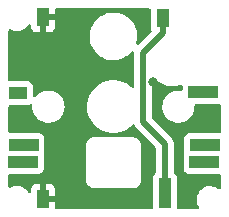
<source format=gbr>
%TF.GenerationSoftware,KiCad,Pcbnew,(6.0.2-0)*%
%TF.CreationDate,2022-10-03T22:04:54+11:00*%
%TF.ProjectId,ameoba,616d656f-6261-42e6-9b69-6361645f7063,rev?*%
%TF.SameCoordinates,Original*%
%TF.FileFunction,Copper,L1,Top*%
%TF.FilePolarity,Positive*%
%FSLAX46Y46*%
G04 Gerber Fmt 4.6, Leading zero omitted, Abs format (unit mm)*
G04 Created by KiCad (PCBNEW (6.0.2-0)) date 2022-10-03 22:04:54*
%MOMM*%
%LPD*%
G01*
G04 APERTURE LIST*
%TA.AperFunction,ComponentPad*%
%ADD10R,1.000000X1.500000*%
%TD*%
%TA.AperFunction,ComponentPad*%
%ADD11R,2.500000X1.000000*%
%TD*%
%TA.AperFunction,ComponentPad*%
%ADD12R,1.000000X2.500000*%
%TD*%
%TA.AperFunction,ComponentPad*%
%ADD13R,1.500000X1.000000*%
%TD*%
%TA.AperFunction,ViaPad*%
%ADD14C,0.800000*%
%TD*%
%TA.AperFunction,Conductor*%
%ADD15C,0.500000*%
%TD*%
G04 APERTURE END LIST*
D10*
%TO.P,,1,Pin_1*%
%TO.N,GND*%
X19421896Y-33125322D03*
%TD*%
D11*
%TO.P,,1,Pin_1*%
%TO.N,VCC*%
X33090198Y-30023078D03*
%TD*%
%TO.P,,1,Pin_1*%
%TO.N,DOUT*%
X33120913Y-28579460D03*
%TD*%
D10*
%TO.P,,1,Pin_1*%
%TO.N,GND*%
X19421896Y-17798395D03*
%TD*%
D11*
%TO.P,,1,Pin_1*%
%TO.N,VCC*%
X17763271Y-30023078D03*
%TD*%
D12*
%TO.P,J7,1,Pin_1*%
%TO.N,column_1*%
X29754717Y-32634037D03*
%TD*%
D13*
%TO.P,,1,Pin_1*%
%TO.N,row_2*%
X17333257Y-24217890D03*
%TD*%
D11*
%TO.P,,1,Pin_1*%
%TO.N,DIN*%
X17793986Y-28579460D03*
%TD*%
%TO.P,J5,1,Pin_1*%
%TO.N,row_2*%
X33020000Y-24130000D03*
%TD*%
D10*
%TO.P,J3,1,Pin_1*%
%TO.N,column_1*%
X29569391Y-17854473D03*
%TD*%
D14*
%TO.N,GND*%
X26670000Y-21590000D03*
X28759342Y-23296431D03*
X21590000Y-26670000D03*
X17947563Y-21177076D03*
X32967336Y-26582966D03*
%TD*%
D15*
%TO.N,column_1*%
X27909831Y-20764033D02*
X27909831Y-26639831D01*
X29569391Y-17854473D02*
X29569391Y-19104473D01*
X29569391Y-19104473D02*
X27909831Y-20764033D01*
X29754717Y-28484717D02*
X29754717Y-32634037D01*
X27909831Y-26639831D02*
X29754717Y-28484717D01*
%TD*%
%TA.AperFunction,Conductor*%
%TO.N,GND*%
G36*
X28503012Y-17038002D02*
G01*
X28549505Y-17091658D01*
X28560891Y-17144000D01*
X28560891Y-18652607D01*
X28567646Y-18714789D01*
X28587115Y-18766722D01*
X28607736Y-18821728D01*
X28618776Y-18851178D01*
X28621304Y-18854551D01*
X28635962Y-18921564D01*
X28611228Y-18988113D01*
X28599368Y-19001815D01*
X27545074Y-20056109D01*
X27482762Y-20090135D01*
X27411947Y-20085070D01*
X27355111Y-20042523D01*
X27330300Y-19976003D01*
X27333722Y-19936532D01*
X27381753Y-19743893D01*
X27381754Y-19743888D01*
X27382817Y-19739624D01*
X27387318Y-19696806D01*
X27411719Y-19464636D01*
X27411719Y-19464633D01*
X27412178Y-19460267D01*
X27411388Y-19437639D01*
X27402529Y-19183939D01*
X27402528Y-19183933D01*
X27402375Y-19179542D01*
X27401109Y-19172358D01*
X27360419Y-18941596D01*
X27353598Y-18902913D01*
X27266797Y-18635765D01*
X27245971Y-18593064D01*
X27190708Y-18479760D01*
X27143660Y-18383298D01*
X27141205Y-18379659D01*
X27141202Y-18379653D01*
X27019256Y-18198861D01*
X26986585Y-18150424D01*
X26798629Y-17941678D01*
X26583450Y-17761121D01*
X26345236Y-17612269D01*
X26088625Y-17498018D01*
X25818610Y-17420593D01*
X25814260Y-17419982D01*
X25814257Y-17419981D01*
X25711310Y-17405513D01*
X25540448Y-17381500D01*
X25329854Y-17381500D01*
X25327668Y-17381653D01*
X25327664Y-17381653D01*
X25124173Y-17395882D01*
X25124168Y-17395883D01*
X25119788Y-17396189D01*
X24845030Y-17454591D01*
X24840901Y-17456094D01*
X24840897Y-17456095D01*
X24585219Y-17549154D01*
X24585215Y-17549156D01*
X24581074Y-17550663D01*
X24333058Y-17682536D01*
X24329499Y-17685122D01*
X24329497Y-17685123D01*
X24203770Y-17776469D01*
X24105808Y-17847642D01*
X23903748Y-18042769D01*
X23730812Y-18264118D01*
X23728616Y-18267922D01*
X23728611Y-18267929D01*
X23642739Y-18416665D01*
X23590364Y-18507381D01*
X23485138Y-18767824D01*
X23484073Y-18772097D01*
X23484072Y-18772099D01*
X23430214Y-18988113D01*
X23417183Y-19040376D01*
X23416724Y-19044744D01*
X23416723Y-19044749D01*
X23399952Y-19204318D01*
X23387822Y-19319733D01*
X23387975Y-19324121D01*
X23387975Y-19324127D01*
X23396265Y-19561498D01*
X23397625Y-19600458D01*
X23398387Y-19604781D01*
X23398388Y-19604788D01*
X23422164Y-19739624D01*
X23446402Y-19877087D01*
X23533203Y-20144235D01*
X23656340Y-20396702D01*
X23658795Y-20400341D01*
X23658798Y-20400347D01*
X23724559Y-20497841D01*
X23813415Y-20629576D01*
X23816360Y-20632847D01*
X23816361Y-20632848D01*
X23867322Y-20689446D01*
X24001371Y-20838322D01*
X24216550Y-21018879D01*
X24454764Y-21167731D01*
X24711375Y-21281982D01*
X24981390Y-21359407D01*
X24985740Y-21360018D01*
X24985743Y-21360019D01*
X25088690Y-21374487D01*
X25259552Y-21398500D01*
X25470146Y-21398500D01*
X25472332Y-21398347D01*
X25472336Y-21398347D01*
X25675827Y-21384118D01*
X25675832Y-21384117D01*
X25680212Y-21383811D01*
X25954970Y-21325409D01*
X25959099Y-21323906D01*
X25959103Y-21323905D01*
X26214781Y-21230846D01*
X26214785Y-21230844D01*
X26218926Y-21229337D01*
X26466942Y-21097464D01*
X26571896Y-21021211D01*
X26690629Y-20934947D01*
X26690632Y-20934944D01*
X26694192Y-20932358D01*
X26896252Y-20737231D01*
X26908060Y-20722117D01*
X26926035Y-20699111D01*
X26983736Y-20657746D01*
X27054641Y-20654143D01*
X27116238Y-20689446D01*
X27148971Y-20752447D01*
X27151283Y-20773490D01*
X27151290Y-20773766D01*
X27151331Y-20776961D01*
X27151331Y-23638551D01*
X27131329Y-23706672D01*
X27077673Y-23753165D01*
X27007399Y-23763269D01*
X26942819Y-23733775D01*
X26933180Y-23724482D01*
X26928007Y-23718935D01*
X26928003Y-23718932D01*
X26925154Y-23715876D01*
X26696955Y-23528432D01*
X26445971Y-23372815D01*
X26438631Y-23369516D01*
X26369292Y-23338354D01*
X26176610Y-23251759D01*
X25966561Y-23189141D01*
X25897604Y-23168584D01*
X25897602Y-23168584D01*
X25893605Y-23167392D01*
X25889485Y-23166739D01*
X25889483Y-23166739D01*
X25605408Y-23121745D01*
X25605402Y-23121744D01*
X25601927Y-23121194D01*
X25577368Y-23120079D01*
X25510983Y-23117064D01*
X25510962Y-23117064D01*
X25509563Y-23117000D01*
X25325099Y-23117000D01*
X25105336Y-23131597D01*
X25101237Y-23132423D01*
X25101233Y-23132424D01*
X24958639Y-23161176D01*
X24815849Y-23189967D01*
X24536625Y-23286112D01*
X24532897Y-23287979D01*
X24363483Y-23372815D01*
X24272569Y-23418341D01*
X24028322Y-23584332D01*
X24025208Y-23587116D01*
X24025207Y-23587117D01*
X24002327Y-23607574D01*
X23808173Y-23781168D01*
X23805456Y-23784338D01*
X23805455Y-23784339D01*
X23623136Y-23997054D01*
X23615991Y-24005390D01*
X23613717Y-24008892D01*
X23613713Y-24008897D01*
X23477260Y-24219016D01*
X23455151Y-24253061D01*
X23453357Y-24256839D01*
X23453356Y-24256841D01*
X23443908Y-24276738D01*
X23328481Y-24519828D01*
X23327202Y-24523811D01*
X23327201Y-24523814D01*
X23249436Y-24766024D01*
X23238205Y-24801004D01*
X23233311Y-24828206D01*
X23192986Y-25052325D01*
X23185910Y-25091650D01*
X23185721Y-25095817D01*
X23185720Y-25095824D01*
X23177163Y-25284269D01*
X23172514Y-25386659D01*
X23172877Y-25390807D01*
X23172877Y-25390811D01*
X23174517Y-25409553D01*
X23198252Y-25680849D01*
X23199162Y-25684921D01*
X23199163Y-25684926D01*
X23257659Y-25946622D01*
X23262672Y-25969050D01*
X23364644Y-26246199D01*
X23366591Y-26249892D01*
X23366592Y-26249894D01*
X23402549Y-26318092D01*
X23502374Y-26507427D01*
X23504794Y-26510832D01*
X23671019Y-26744735D01*
X23671024Y-26744741D01*
X23673443Y-26748145D01*
X23676287Y-26751195D01*
X23676292Y-26751201D01*
X23813960Y-26898832D01*
X23874846Y-26964124D01*
X24103045Y-27151568D01*
X24354029Y-27307185D01*
X24623390Y-27428241D01*
X24796191Y-27479755D01*
X24855052Y-27497302D01*
X24906395Y-27512608D01*
X24910515Y-27513261D01*
X24910517Y-27513261D01*
X25194592Y-27558255D01*
X25194598Y-27558256D01*
X25198073Y-27558806D01*
X25222632Y-27559921D01*
X25289017Y-27562936D01*
X25289038Y-27562936D01*
X25290437Y-27563000D01*
X25474901Y-27563000D01*
X25694664Y-27548403D01*
X25698763Y-27547577D01*
X25698767Y-27547576D01*
X25872190Y-27512608D01*
X25984151Y-27490033D01*
X26263375Y-27393888D01*
X26433089Y-27308902D01*
X26523695Y-27263530D01*
X26523697Y-27263529D01*
X26527431Y-27261659D01*
X26771678Y-27095668D01*
X26991827Y-26898832D01*
X26994545Y-26895661D01*
X26997473Y-26892671D01*
X26998304Y-26893484D01*
X27053552Y-26857565D01*
X27124548Y-26857190D01*
X27184476Y-26895258D01*
X27209555Y-26939441D01*
X27213224Y-26950768D01*
X27213226Y-26950773D01*
X27215480Y-26957730D01*
X27219275Y-26963984D01*
X27221782Y-26969459D01*
X27224501Y-26974889D01*
X27226998Y-26981768D01*
X27231011Y-26987888D01*
X27231011Y-26987889D01*
X27267017Y-27042807D01*
X27269354Y-27046511D01*
X27307236Y-27108938D01*
X27310952Y-27113146D01*
X27310953Y-27113147D01*
X27314634Y-27117315D01*
X27314607Y-27117339D01*
X27317260Y-27120331D01*
X27319963Y-27123564D01*
X27323975Y-27129683D01*
X27329287Y-27134715D01*
X27380214Y-27182959D01*
X27382656Y-27185337D01*
X28959312Y-28761993D01*
X28993338Y-28824305D01*
X28996217Y-28851088D01*
X28996217Y-30879235D01*
X28976215Y-30947356D01*
X28945782Y-30980061D01*
X28891456Y-31020776D01*
X28804102Y-31137332D01*
X28752972Y-31273721D01*
X28746217Y-31335903D01*
X28746217Y-33876000D01*
X28726215Y-33944121D01*
X28672559Y-33990614D01*
X28620217Y-34002000D01*
X20555896Y-34002000D01*
X20487775Y-33981998D01*
X20441282Y-33928342D01*
X20429896Y-33876000D01*
X20429896Y-33397437D01*
X20425421Y-33382198D01*
X20424031Y-33380993D01*
X20416348Y-33379322D01*
X19293896Y-33379322D01*
X19225775Y-33359320D01*
X19179282Y-33305664D01*
X19167896Y-33253322D01*
X19167896Y-32853207D01*
X19675896Y-32853207D01*
X19680371Y-32868446D01*
X19681761Y-32869651D01*
X19689444Y-32871322D01*
X20411780Y-32871322D01*
X20427019Y-32866847D01*
X20428224Y-32865457D01*
X20429895Y-32857774D01*
X20429895Y-32330653D01*
X20429525Y-32323832D01*
X20424001Y-32272970D01*
X20420375Y-32257718D01*
X20375220Y-32137268D01*
X20366682Y-32121673D01*
X20290181Y-32019598D01*
X20277620Y-32007037D01*
X20175545Y-31930536D01*
X20159950Y-31921998D01*
X20039502Y-31876844D01*
X20024247Y-31873217D01*
X19973382Y-31867691D01*
X19966568Y-31867322D01*
X19694011Y-31867322D01*
X19678772Y-31871797D01*
X19677567Y-31873187D01*
X19675896Y-31880870D01*
X19675896Y-32853207D01*
X19167896Y-32853207D01*
X19167896Y-31885438D01*
X19163421Y-31870199D01*
X19162031Y-31868994D01*
X19154348Y-31867323D01*
X18877227Y-31867323D01*
X18870406Y-31867693D01*
X18819544Y-31873217D01*
X18804292Y-31876843D01*
X18683842Y-31921998D01*
X18668247Y-31930536D01*
X18566172Y-32007037D01*
X18553611Y-32019598D01*
X18477110Y-32121673D01*
X18468572Y-32137268D01*
X18423418Y-32257716D01*
X18419791Y-32272971D01*
X18414265Y-32323836D01*
X18413896Y-32330650D01*
X18413896Y-32527065D01*
X18393894Y-32595186D01*
X18340238Y-32641679D01*
X18269964Y-32651783D01*
X18205384Y-32622289D01*
X18185126Y-32599965D01*
X18069167Y-32436493D01*
X18069166Y-32436492D01*
X18065701Y-32431607D01*
X17912905Y-32285337D01*
X17735207Y-32170598D01*
X17652504Y-32137268D01*
X17544587Y-32093776D01*
X17544584Y-32093775D01*
X17539018Y-32091532D01*
X17331418Y-32050990D01*
X17325856Y-32050718D01*
X17169909Y-32050718D01*
X17012189Y-32065766D01*
X16809221Y-32125310D01*
X16803894Y-32128054D01*
X16803893Y-32128054D01*
X16691692Y-32185841D01*
X16621973Y-32199250D01*
X16556072Y-32172837D01*
X16514913Y-32114988D01*
X16508000Y-32073825D01*
X16508000Y-31157578D01*
X16528002Y-31089457D01*
X16581658Y-31042964D01*
X16634000Y-31031578D01*
X19061405Y-31031578D01*
X19123587Y-31024823D01*
X19259976Y-30973693D01*
X19376532Y-30886339D01*
X19463886Y-30769783D01*
X19515016Y-30633394D01*
X19521771Y-30571212D01*
X19521771Y-29474944D01*
X19521402Y-29471547D01*
X19515869Y-29420612D01*
X19515869Y-29420610D01*
X19515016Y-29412762D01*
X19505157Y-29386462D01*
X19499976Y-29315655D01*
X19505158Y-29298006D01*
X19542957Y-29197178D01*
X19542959Y-29197170D01*
X19545731Y-29189776D01*
X19552486Y-29127594D01*
X19552486Y-28603119D01*
X23054108Y-28603119D01*
X23057611Y-28639835D01*
X23058326Y-28647333D01*
X23058894Y-28658748D01*
X23071386Y-31533101D01*
X23071454Y-31548672D01*
X23071294Y-31555590D01*
X23068458Y-31611591D01*
X23069758Y-31624063D01*
X23071001Y-31628767D01*
X23071003Y-31628778D01*
X23079127Y-31659523D01*
X23080349Y-31664566D01*
X23080563Y-31665536D01*
X23082169Y-31674271D01*
X23087564Y-31710806D01*
X23091316Y-31718965D01*
X23093872Y-31727565D01*
X23093178Y-31727771D01*
X23096158Y-31736395D01*
X23101485Y-31760602D01*
X23104056Y-31766395D01*
X23104058Y-31766401D01*
X23134732Y-31835514D01*
X23158278Y-31888567D01*
X23239486Y-32002610D01*
X23341835Y-32098135D01*
X23461201Y-32171293D01*
X23592774Y-32219137D01*
X23673978Y-32231217D01*
X23682138Y-32232708D01*
X23718656Y-32240638D01*
X23723518Y-32240927D01*
X23723869Y-32240948D01*
X23731174Y-32241382D01*
X23774102Y-32237287D01*
X23786022Y-32236718D01*
X27062724Y-32235690D01*
X27069135Y-32235851D01*
X27126470Y-32238754D01*
X27131304Y-32238250D01*
X27131308Y-32238250D01*
X27134098Y-32237959D01*
X27134099Y-32237959D01*
X27138942Y-32237454D01*
X27143646Y-32236211D01*
X27143657Y-32236209D01*
X27173755Y-32228256D01*
X27188039Y-32225354D01*
X27214810Y-32221511D01*
X27214816Y-32221509D01*
X27223700Y-32220234D01*
X27231871Y-32216516D01*
X27240482Y-32213995D01*
X27240616Y-32214453D01*
X27249930Y-32211350D01*
X27275481Y-32205727D01*
X27281274Y-32203156D01*
X27281280Y-32203154D01*
X27360532Y-32167980D01*
X27403446Y-32148934D01*
X27411721Y-32143042D01*
X27458403Y-32109800D01*
X27517489Y-32067726D01*
X27613014Y-31965377D01*
X27686172Y-31846011D01*
X27734016Y-31714438D01*
X27746096Y-31633234D01*
X27747587Y-31625074D01*
X27755517Y-31588556D01*
X27756261Y-31576038D01*
X27752165Y-31533101D01*
X27751596Y-31521180D01*
X27750864Y-29474944D01*
X27750566Y-28643050D01*
X27750727Y-28636634D01*
X27753386Y-28584161D01*
X27753632Y-28579307D01*
X27752332Y-28566835D01*
X27743124Y-28531980D01*
X27740224Y-28517705D01*
X27736379Y-28490924D01*
X27736378Y-28490922D01*
X27735103Y-28482039D01*
X27731385Y-28473870D01*
X27728862Y-28465253D01*
X27729327Y-28465117D01*
X27726225Y-28455816D01*
X27721972Y-28436487D01*
X27721971Y-28436484D01*
X27720608Y-28430290D01*
X27663815Y-28302320D01*
X27582606Y-28188272D01*
X27567080Y-28173781D01*
X27484886Y-28097067D01*
X27484885Y-28097067D01*
X27480253Y-28092743D01*
X27360882Y-28019583D01*
X27229304Y-27971740D01*
X27164666Y-27962126D01*
X27148125Y-27959666D01*
X27139931Y-27958169D01*
X27108172Y-27951274D01*
X27108165Y-27951273D01*
X27103416Y-27950242D01*
X27098563Y-27949954D01*
X27098559Y-27949953D01*
X27095762Y-27949787D01*
X27095761Y-27949787D01*
X27090898Y-27949498D01*
X27086046Y-27949961D01*
X27049116Y-27953485D01*
X27036744Y-27954054D01*
X26148065Y-27951209D01*
X23748379Y-27943527D01*
X23742444Y-27943367D01*
X23683899Y-27940403D01*
X23679065Y-27940907D01*
X23679061Y-27940907D01*
X23676271Y-27941198D01*
X23676270Y-27941198D01*
X23671427Y-27941703D01*
X23637687Y-27950619D01*
X23622968Y-27953582D01*
X23588402Y-27958419D01*
X23580219Y-27962108D01*
X23571596Y-27964599D01*
X23571501Y-27964271D01*
X23561614Y-27967548D01*
X23534888Y-27973430D01*
X23406923Y-28030223D01*
X23292880Y-28111431D01*
X23197355Y-28213780D01*
X23124197Y-28333146D01*
X23076353Y-28464719D01*
X23067732Y-28522678D01*
X23064276Y-28545909D01*
X23062782Y-28554083D01*
X23054852Y-28590601D01*
X23054108Y-28603119D01*
X19552486Y-28603119D01*
X19552486Y-28031326D01*
X19545731Y-27969144D01*
X19494601Y-27832755D01*
X19407247Y-27716199D01*
X19290691Y-27628845D01*
X19154302Y-27577715D01*
X19092120Y-27570960D01*
X16634000Y-27570960D01*
X16565879Y-27550958D01*
X16519386Y-27497302D01*
X16508000Y-27444960D01*
X16508000Y-25352390D01*
X16528002Y-25284269D01*
X16581658Y-25237776D01*
X16634000Y-25226390D01*
X18131391Y-25226390D01*
X18193573Y-25219635D01*
X18329962Y-25168505D01*
X18337149Y-25163119D01*
X18345017Y-25158811D01*
X18345753Y-25160155D01*
X18402988Y-25138773D01*
X18472370Y-25153827D01*
X18522599Y-25204003D01*
X18537904Y-25270382D01*
X18537901Y-25270441D01*
X18537200Y-25275732D01*
X18537400Y-25281063D01*
X18537400Y-25281066D01*
X18541364Y-25386659D01*
X18545854Y-25506268D01*
X18593228Y-25732050D01*
X18677967Y-25946622D01*
X18797647Y-26143849D01*
X18801144Y-26147879D01*
X18887768Y-26247704D01*
X18948847Y-26318092D01*
X18952978Y-26321479D01*
X19123115Y-26460984D01*
X19123121Y-26460988D01*
X19127243Y-26464368D01*
X19327735Y-26578494D01*
X19332751Y-26580315D01*
X19332756Y-26580317D01*
X19539575Y-26655389D01*
X19539579Y-26655390D01*
X19544590Y-26657209D01*
X19549839Y-26658158D01*
X19549842Y-26658159D01*
X19767523Y-26697522D01*
X19767530Y-26697523D01*
X19771607Y-26698260D01*
X19789344Y-26699096D01*
X19794292Y-26699330D01*
X19794299Y-26699330D01*
X19795780Y-26699400D01*
X19957925Y-26699400D01*
X20024881Y-26693719D01*
X20124562Y-26685261D01*
X20124566Y-26685260D01*
X20129873Y-26684810D01*
X20135028Y-26683472D01*
X20135034Y-26683471D01*
X20348003Y-26628195D01*
X20348007Y-26628194D01*
X20353172Y-26626853D01*
X20358038Y-26624661D01*
X20358041Y-26624660D01*
X20558649Y-26534293D01*
X20563515Y-26532101D01*
X20567935Y-26529125D01*
X20567939Y-26529123D01*
X20669148Y-26460984D01*
X20754885Y-26403262D01*
X20921812Y-26244022D01*
X21059521Y-26058934D01*
X21114305Y-25951183D01*
X21161658Y-25858046D01*
X21161658Y-25858045D01*
X21164077Y-25853288D01*
X21217621Y-25680849D01*
X21230905Y-25638070D01*
X21230906Y-25638064D01*
X21232489Y-25632967D01*
X21262800Y-25404268D01*
X21261983Y-25382489D01*
X21254346Y-25179063D01*
X21254146Y-25173732D01*
X21206772Y-24947950D01*
X21122033Y-24733378D01*
X21002353Y-24536151D01*
X20984639Y-24515737D01*
X20854653Y-24365941D01*
X20854651Y-24365939D01*
X20851153Y-24361908D01*
X20809018Y-24327360D01*
X20676885Y-24219016D01*
X20676879Y-24219012D01*
X20672757Y-24215632D01*
X20472265Y-24101506D01*
X20467249Y-24099685D01*
X20467244Y-24099683D01*
X20260425Y-24024611D01*
X20260421Y-24024610D01*
X20255410Y-24022791D01*
X20250161Y-24021842D01*
X20250158Y-24021841D01*
X20032477Y-23982478D01*
X20032470Y-23982477D01*
X20028393Y-23981740D01*
X20010656Y-23980904D01*
X20005708Y-23980670D01*
X20005701Y-23980670D01*
X20004220Y-23980600D01*
X19842075Y-23980600D01*
X19775119Y-23986281D01*
X19675438Y-23994739D01*
X19675434Y-23994740D01*
X19670127Y-23995190D01*
X19664972Y-23996528D01*
X19664966Y-23996529D01*
X19451997Y-24051805D01*
X19451993Y-24051806D01*
X19446828Y-24053147D01*
X19441962Y-24055339D01*
X19441959Y-24055340D01*
X19343521Y-24099683D01*
X19236485Y-24147899D01*
X19232065Y-24150875D01*
X19232061Y-24150877D01*
X19139800Y-24212992D01*
X19045115Y-24276738D01*
X18878188Y-24435978D01*
X18818844Y-24515739D01*
X18762136Y-24558451D01*
X18691336Y-24563724D01*
X18628924Y-24529882D01*
X18594716Y-24467670D01*
X18591757Y-24440525D01*
X18591757Y-23669756D01*
X18585002Y-23607574D01*
X18533872Y-23471185D01*
X18446518Y-23354629D01*
X18329962Y-23267275D01*
X18193573Y-23216145D01*
X18131391Y-23209390D01*
X16634000Y-23209390D01*
X16565879Y-23189388D01*
X16519386Y-23135732D01*
X16508000Y-23083390D01*
X16508000Y-18914385D01*
X16528002Y-18846264D01*
X16581658Y-18799771D01*
X16651932Y-18789667D01*
X16702348Y-18808533D01*
X16723186Y-18821988D01*
X16728752Y-18824231D01*
X16913806Y-18898810D01*
X16913809Y-18898811D01*
X16919375Y-18901054D01*
X17126975Y-18941596D01*
X17132537Y-18941868D01*
X17288484Y-18941868D01*
X17446204Y-18926820D01*
X17649172Y-18867276D01*
X17666476Y-18858364D01*
X17831887Y-18773172D01*
X17831890Y-18773170D01*
X17837218Y-18770426D01*
X18003558Y-18639764D01*
X18007490Y-18635233D01*
X18007493Y-18635230D01*
X18138259Y-18484535D01*
X18142190Y-18480005D01*
X18145190Y-18474819D01*
X18145193Y-18474815D01*
X18178833Y-18416665D01*
X18230258Y-18367716D01*
X18299983Y-18354341D01*
X18365871Y-18380785D01*
X18407003Y-18438653D01*
X18413897Y-18479760D01*
X18413897Y-18593064D01*
X18414267Y-18599885D01*
X18419791Y-18650747D01*
X18423417Y-18665999D01*
X18468572Y-18786449D01*
X18477110Y-18802044D01*
X18553611Y-18904119D01*
X18566172Y-18916680D01*
X18668247Y-18993181D01*
X18683842Y-19001719D01*
X18804290Y-19046873D01*
X18819545Y-19050500D01*
X18870410Y-19056026D01*
X18877224Y-19056395D01*
X19149781Y-19056395D01*
X19165020Y-19051920D01*
X19166225Y-19050530D01*
X19167896Y-19042847D01*
X19167896Y-19038279D01*
X19675896Y-19038279D01*
X19680371Y-19053518D01*
X19681761Y-19054723D01*
X19689444Y-19056394D01*
X19966565Y-19056394D01*
X19973386Y-19056024D01*
X20024248Y-19050500D01*
X20039500Y-19046874D01*
X20159950Y-19001719D01*
X20175545Y-18993181D01*
X20277620Y-18916680D01*
X20290181Y-18904119D01*
X20366682Y-18802044D01*
X20375220Y-18786449D01*
X20420374Y-18666001D01*
X20424001Y-18650746D01*
X20429527Y-18599881D01*
X20429896Y-18593067D01*
X20429896Y-18070510D01*
X20425421Y-18055271D01*
X20424031Y-18054066D01*
X20416348Y-18052395D01*
X19694011Y-18052395D01*
X19678772Y-18056870D01*
X19677567Y-18058260D01*
X19675896Y-18065943D01*
X19675896Y-19038279D01*
X19167896Y-19038279D01*
X19167896Y-17670395D01*
X19187898Y-17602274D01*
X19241554Y-17555781D01*
X19293896Y-17544395D01*
X20411780Y-17544395D01*
X20427019Y-17539920D01*
X20428224Y-17538530D01*
X20429895Y-17530847D01*
X20429895Y-17144000D01*
X20449897Y-17075879D01*
X20503553Y-17029386D01*
X20555895Y-17018000D01*
X28434891Y-17018000D01*
X28503012Y-17038002D01*
G37*
%TD.AperFunction*%
%TA.AperFunction,Conductor*%
G36*
X28876843Y-22901461D02*
G01*
X28887967Y-22912375D01*
X28998427Y-23035053D01*
X28998431Y-23035057D01*
X29001371Y-23038322D01*
X29216550Y-23218879D01*
X29454764Y-23367731D01*
X29568436Y-23418341D01*
X29687125Y-23471185D01*
X29711375Y-23481982D01*
X29981390Y-23559407D01*
X29985740Y-23560018D01*
X29985743Y-23560019D01*
X30042397Y-23567981D01*
X30259552Y-23598500D01*
X30470146Y-23598500D01*
X30472332Y-23598347D01*
X30472336Y-23598347D01*
X30675827Y-23584118D01*
X30675832Y-23584117D01*
X30680212Y-23583811D01*
X30954970Y-23525409D01*
X31092408Y-23475386D01*
X31163259Y-23470883D01*
X31225299Y-23505401D01*
X31258829Y-23567981D01*
X31261500Y-23593787D01*
X31261500Y-23873065D01*
X31241498Y-23941186D01*
X31187842Y-23987679D01*
X31113080Y-23997054D01*
X31067762Y-23988859D01*
X31032476Y-23982478D01*
X31032471Y-23982477D01*
X31028393Y-23981740D01*
X31010656Y-23980904D01*
X31005708Y-23980670D01*
X31005701Y-23980670D01*
X31004220Y-23980600D01*
X30842075Y-23980600D01*
X30775119Y-23986281D01*
X30675438Y-23994739D01*
X30675434Y-23994740D01*
X30670127Y-23995190D01*
X30664972Y-23996528D01*
X30664966Y-23996529D01*
X30451997Y-24051805D01*
X30451993Y-24051806D01*
X30446828Y-24053147D01*
X30441962Y-24055339D01*
X30441959Y-24055340D01*
X30343521Y-24099683D01*
X30236485Y-24147899D01*
X30232065Y-24150875D01*
X30232061Y-24150877D01*
X30139800Y-24212992D01*
X30045115Y-24276738D01*
X29878188Y-24435978D01*
X29875000Y-24440263D01*
X29783143Y-24563724D01*
X29740479Y-24621066D01*
X29738064Y-24625816D01*
X29683377Y-24733378D01*
X29635923Y-24826712D01*
X29601717Y-24936873D01*
X29569095Y-25041930D01*
X29569094Y-25041936D01*
X29567511Y-25047033D01*
X29556284Y-25131745D01*
X29539280Y-25260041D01*
X29537200Y-25275732D01*
X29537400Y-25281062D01*
X29537400Y-25281063D01*
X29541364Y-25386659D01*
X29545854Y-25506268D01*
X29593228Y-25732050D01*
X29677967Y-25946622D01*
X29797647Y-26143849D01*
X29801144Y-26147879D01*
X29887768Y-26247704D01*
X29948847Y-26318092D01*
X29952978Y-26321479D01*
X30123115Y-26460984D01*
X30123121Y-26460988D01*
X30127243Y-26464368D01*
X30327735Y-26578494D01*
X30332751Y-26580315D01*
X30332756Y-26580317D01*
X30539575Y-26655389D01*
X30539579Y-26655390D01*
X30544590Y-26657209D01*
X30549839Y-26658158D01*
X30549842Y-26658159D01*
X30767523Y-26697522D01*
X30767530Y-26697523D01*
X30771607Y-26698260D01*
X30789344Y-26699096D01*
X30794292Y-26699330D01*
X30794299Y-26699330D01*
X30795780Y-26699400D01*
X30957925Y-26699400D01*
X31024881Y-26693719D01*
X31124562Y-26685261D01*
X31124566Y-26685260D01*
X31129873Y-26684810D01*
X31135028Y-26683472D01*
X31135034Y-26683471D01*
X31348003Y-26628195D01*
X31348007Y-26628194D01*
X31353172Y-26626853D01*
X31358038Y-26624661D01*
X31358041Y-26624660D01*
X31558649Y-26534293D01*
X31563515Y-26532101D01*
X31567935Y-26529125D01*
X31567939Y-26529123D01*
X31669148Y-26460984D01*
X31754885Y-26403262D01*
X31921812Y-26244022D01*
X32059521Y-26058934D01*
X32114305Y-25951183D01*
X32161658Y-25858046D01*
X32161658Y-25858045D01*
X32164077Y-25853288D01*
X32217621Y-25680849D01*
X32230905Y-25638070D01*
X32230906Y-25638064D01*
X32232489Y-25632967D01*
X32262800Y-25404268D01*
X32262139Y-25386659D01*
X32257731Y-25269226D01*
X32275163Y-25200403D01*
X32327037Y-25151930D01*
X32383642Y-25138500D01*
X34318134Y-25138500D01*
X34352393Y-25134778D01*
X34422273Y-25147305D01*
X34474290Y-25195625D01*
X34492000Y-25260041D01*
X34492000Y-27444960D01*
X34471998Y-27513081D01*
X34418342Y-27559574D01*
X34366000Y-27570960D01*
X31822779Y-27570960D01*
X31760597Y-27577715D01*
X31624208Y-27628845D01*
X31507652Y-27716199D01*
X31420298Y-27832755D01*
X31369168Y-27969144D01*
X31362413Y-28031326D01*
X31362413Y-29127594D01*
X31362782Y-29130991D01*
X31368315Y-29181920D01*
X31369168Y-29189776D01*
X31371940Y-29197170D01*
X31379027Y-29216076D01*
X31384208Y-29286883D01*
X31379026Y-29304532D01*
X31341227Y-29405360D01*
X31341225Y-29405366D01*
X31338453Y-29412762D01*
X31331698Y-29474944D01*
X31331698Y-30571212D01*
X31338453Y-30633394D01*
X31389583Y-30769783D01*
X31476937Y-30886339D01*
X31593493Y-30973693D01*
X31729882Y-31024823D01*
X31792064Y-31031578D01*
X34366000Y-31031578D01*
X34434121Y-31051580D01*
X34480614Y-31105236D01*
X34492000Y-31157578D01*
X34492000Y-32236498D01*
X34471998Y-32304619D01*
X34418342Y-32351112D01*
X34348068Y-32361216D01*
X34278868Y-32327515D01*
X34259423Y-32308900D01*
X34255093Y-32304755D01*
X34077395Y-32190016D01*
X34017297Y-32165796D01*
X33886775Y-32113194D01*
X33886772Y-32113193D01*
X33881206Y-32110950D01*
X33673606Y-32070408D01*
X33668044Y-32070136D01*
X33512097Y-32070136D01*
X33354377Y-32085184D01*
X33151409Y-32144728D01*
X33146082Y-32147472D01*
X33146081Y-32147472D01*
X32968694Y-32238832D01*
X32968691Y-32238834D01*
X32963363Y-32241578D01*
X32797023Y-32372240D01*
X32793091Y-32376771D01*
X32793088Y-32376774D01*
X32674497Y-32513438D01*
X32658391Y-32531999D01*
X32655391Y-32537185D01*
X32655388Y-32537189D01*
X32606157Y-32622289D01*
X32552470Y-32715090D01*
X32483082Y-32914907D01*
X32452730Y-33124240D01*
X32462510Y-33335535D01*
X32512068Y-33541170D01*
X32599617Y-33733723D01*
X32603086Y-33738613D01*
X32603088Y-33738617D01*
X32648829Y-33803100D01*
X32671928Y-33870234D01*
X32655064Y-33939199D01*
X32603593Y-33988098D01*
X32546060Y-34002000D01*
X30889217Y-34002000D01*
X30821096Y-33981998D01*
X30774603Y-33928342D01*
X30763217Y-33876000D01*
X30763217Y-31335903D01*
X30756462Y-31273721D01*
X30705332Y-31137332D01*
X30617978Y-31020776D01*
X30563652Y-30980061D01*
X30521137Y-30923202D01*
X30513217Y-30879235D01*
X30513217Y-28551787D01*
X30514650Y-28532837D01*
X30516816Y-28518602D01*
X30516816Y-28518598D01*
X30517916Y-28511368D01*
X30515531Y-28482039D01*
X30513632Y-28458699D01*
X30513217Y-28448484D01*
X30513217Y-28440424D01*
X30509926Y-28412197D01*
X30509495Y-28407838D01*
X30504170Y-28342377D01*
X30503577Y-28335081D01*
X30501322Y-28328120D01*
X30500135Y-28322180D01*
X30498746Y-28316305D01*
X30497899Y-28309036D01*
X30472981Y-28240387D01*
X30471564Y-28236259D01*
X30451324Y-28173781D01*
X30451323Y-28173779D01*
X30449068Y-28166818D01*
X30445272Y-28160563D01*
X30442766Y-28155089D01*
X30440047Y-28149659D01*
X30437550Y-28142780D01*
X30433537Y-28136659D01*
X30397531Y-28081741D01*
X30395184Y-28078022D01*
X30357312Y-28015610D01*
X30349914Y-28007233D01*
X30349941Y-28007209D01*
X30347288Y-28004217D01*
X30344585Y-28000984D01*
X30340573Y-27994865D01*
X30284334Y-27941589D01*
X30281892Y-27939211D01*
X28705236Y-26362555D01*
X28671210Y-26300243D01*
X28668331Y-26273460D01*
X28668331Y-22996685D01*
X28688333Y-22928564D01*
X28741989Y-22882071D01*
X28812263Y-22871967D01*
X28876843Y-22901461D01*
G37*
%TD.AperFunction*%
%TD*%
M02*

</source>
